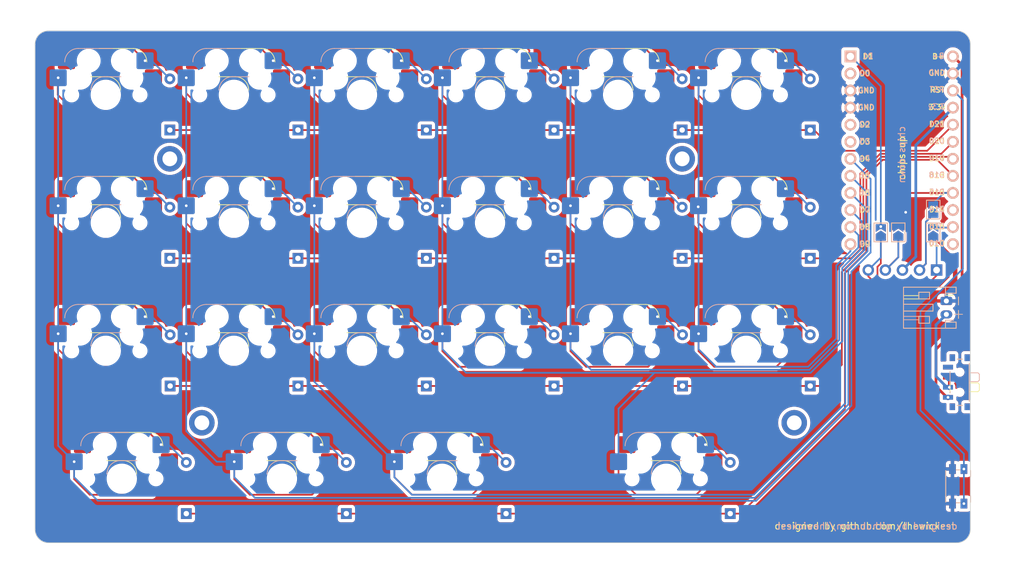
<source format=kicad_pcb>
(kicad_pcb (version 20221018) (generator pcbnew)
  (layers (0 "F.Cu" signal) (31 "B.Cu" signal) (34 "B.Paste" user) (35 "F.Paste" user) (36 "B.SilkS" user "B.Silkscreen") (37 "F.SilkS" user "F.Silkscreen") (38 "B.Mask" user) (39 "F.Mask" user) (44 "Edge.Cuts" user))
  (net 0 "")
  (net 1 "Row1")
  (net 2 "Net-(D1-A)")
  (net 3 "Net-(D2-A)")
  (net 4 "Net-(D3-A)")
  (net 5 "Net-(D4-A)")
  (net 6 "Net-(D5-A)")
  (net 7 "Net-(D6-A)")
  (net 8 "Row2")
  (net 9 "Net-(D7-A)")
  (net 10 "Net-(D8-A)")
  (net 11 "Net-(D9-A)")
  (net 12 "Net-(D10-A)")
  (net 13 "Net-(D11-A)")
  (net 14 "Net-(D12-A)")
  (net 15 "Row3")
  (net 16 "Net-(D13-A)")
  (net 17 "Net-(D14-A)")
  (net 18 "Net-(D15-A)")
  (net 19 "Net-(D16-A)")
  (net 20 "Net-(D17-A)")
  (net 21 "Net-(D18-A)")
  (net 22 "Row4")
  (net 23 "Net-(D19-A)")
  (net 24 "Net-(D20-A)")
  (net 25 "Column1")
  (net 26 "Column2")
  (net 27 "Column3")
  (net 28 "Column4")
  (net 29 "Column5")
  (net 30 "Column6")
  (net 31 "Net-(JST1-VCC)")
  (net 32 "VCC")
  (net 36 "Net-(D21-A)")
  (net 37 "Net-(D22-A)")
  (net 38 "CS")
  (net 39 "SCK")
  (net 41 "MOSI")
  (net 43 "Net-(J1-CS)")
  (net 44 "Net-(J1-GND)")
  (net 45 "Net-(J1-SCK)")
  (net 46 "Net-(J1-MOSI)")
  (net 47 "RST")
  (net 48 "B+")
  (net 50 "unconnected-(SW3-A-Pad1)")
  (net 51 "GND")
  (footprint "MountingHole:MountingHole_2.2mm_M2_DIN965_Pad" (layer "F.Cu") (at 194.6275 112.633125)
    (fp_text reference "REF**" hide)
    (fp_text value "MountingHole_2.2mm_M2_DIN965_Pad" hide)
  )
  (footprint "ScottoKeebs_Hotswap:Hotswap_MX" (layer "F.Cu") (at 92.23375 63.8175)
    (fp_text reference "S1" hide)
    (fp_text value "Keyswitch")
  )
  (footprint "Jumper:SolderJumper-2_P1.3mm_Open_TrianglePad1.0x1.5mm" (layer "F.Cu") (at 215.3 80.9 90)
    (fp_text reference "JP2" hide)
    (fp_text value "SolderJumper_2_Open" hide)
  )
  (footprint "ScottoKeebs_Hotswap:Hotswap_MX" (layer "F.Cu") (at 130.33375 63.8175)
    (fp_text reference "S3" hide)
    (fp_text value "Keyswitch")
  )
  (footprint "Jumper:SolderJumper-2_P1.3mm_Open_TrianglePad1.0x1.5mm" (layer "F.Cu") (at 207.5 84.3 90)
    (fp_text reference "JP1" hide)
    (fp_text value "SolderJumper_2_Open" hide)
  )
  (footprint "ScottoKeebs_Hotswap:Hotswap_MX" (layer "F.Cu") (at 175.5775 120.9675)
    (fp_text reference "S22" hide)
    (fp_text value "Keyswitch")
  )
  (footprint "ScottoKeebs_Hotswap:Hotswap_MX" (layer "F.Cu") (at 187.48375 82.8675)
    (fp_text reference "S12" hide)
    (fp_text value "Keyswitch")
  )
  (footprint "Jumper:SolderJumper-2_P1.3mm_Open_TrianglePad1.0x1.5mm" (layer "F.Cu") (at 215.3 84.3 90)
    (fp_text reference "JP5" hide)
    (fp_text value "SolderJumper_2_Open" hide)
  )
  (footprint "ScottoKeebs_Hotswap:Hotswap_MX" (layer "F.Cu") (at 130.33375 82.8675)
    (fp_text reference "S9" hide)
    (fp_text value "Keyswitch")
  )
  (footprint "ScottoKeebs_Hotswap:Hotswap_MX" (layer "F.Cu") (at 111.28375 101.9175)
    (fp_text reference "S14" hide)
    (fp_text value "Keyswitch")
  )
  (footprint "ScottoKeebs_Hotswap:Hotswap_MX" (layer "F.Cu") (at 94.615 120.9675)
    (fp_text reference "S19" hide)
    (fp_text value "Keyswitch")
  )
  (footprint "ScottoKeebs_Hotswap:Hotswap_MX" (layer "F.Cu") (at 92.23375 82.8675)
    (fp_text reference "S7" hide)
    (fp_text value "Keyswitch")
  )
  (footprint "ScottoKeebs_Hotswap:Hotswap_MX" (layer "F.Cu") (at 111.28375 63.8175)
    (fp_text reference "S2" hide)
    (fp_text value "Keyswitch")
  )
  (footprint "ScottoKeebs_Hotswap:Hotswap_MX" (layer "F.Cu") (at 149.38375 82.8675)
    (fp_text reference "S10" hide)
    (fp_text value "Keyswitch")
  )
  (footprint "Button_Switch_SMD:Panasonic_EVQPUK_EVQPUB" (layer "F.Cu") (at 219.00875 122.0925 -90)
    (fp_text reference "SW2" hide)
    (fp_text value "SW_Push" hide)
  )
  (footprint "Button_Switch_SMD:SW_SPDT_PCM12" (layer "F.Cu") (at 218.925 106.6 90)
    (fp_text reference "SW1" hide)
    (fp_text value "SW_SPDT")
  )
  (footprint "MountingHole:MountingHole_2.2mm_M2_DIN965_Pad" (layer "F.Cu") (at 177.95875 73.3425)
    (fp_text reference "REF**" hide)
    (fp_text value "MountingHole_2.2mm_M2_DIN965_Pad" hide)
  )
  (footprint "ScottoKeebs_Hotswap:Hotswap_MX" (layer "F.Cu") (at 118.4275 120.9675)
    (fp_text reference "S20" hide)
    (fp_text value "Keyswitch")
  )
  (footprint "ScottoKeebs_Hotswap:Hotswap_MX" (layer "F.Cu") (at 92.23375 101.9175)
    (fp_text reference "S13" hide)
    (fp_text value "Keyswitch")
  )
  (footprint "ScottoKeebs_Hotswap:Hotswap_MX" (layer "F.Cu") (at 168.43375 63.8175)
    (fp_text reference "S5" hide)
    (fp_text value "Keyswitch")
  )
  (footprint "Jumper:SolderJumper-2_P1.3mm_Open_TrianglePad1.0x1.5mm" (layer "F.Cu") (at 210.1 84.3 90)
    (fp_text reference "JP4" hide)
    (fp_text value "SolderJumper_2_Open" hide)
  )
  (footprint "Connector_JST:JST_PH_S2B-PH-K_1x02_P2.00mm_Horizontal" (layer "F.Cu") (at 217.25 94.5 -90)
    (fp_text reference "JST1" hide)
    (fp_text value "~")
  )
  (footprint "ScottoKeebs_Hotswap:Hotswap_MX" (layer "F.Cu") (at 187.48375 63.8175)
    (fp_text reference "S6" hide)
    (fp_text value "Keyswitch")
  )
  (footprint "ScottoKeebs_Hotswap:Hotswap_MX" (layer "F.Cu") (at 168.43375 101.9175)
    (fp_text reference "S17" hide)
    (fp_text value "Keyswitch")
  )
  (footprint "MountingHole:MountingHole_2.2mm_M2_DIN965_Pad" (layer "F.Cu") (at 106.52125 112.633125)
    (fp_text reference "REF**" hide)
    (fp_text value "MountingHole_2.2mm_M2_DIN965_Pad" hide)
  )
  (footprint "ScottoKeebs_Hotswap:Hotswap_MX" (layer "F.Cu") (at 149.38375 63.8175)
    (fp_text reference "S4" hide)
    (fp_text value "Keyswitch")
  )
  (footprint "MountingHole:MountingHole_2.2mm_M2_DIN965_Pad" (layer "F.Cu") (at 101.75875 73.3425)
    (fp_text reference "REF**" hide)
    (fp_text value "MountingHole_2.2mm_M2_DIN965_Pad" hide)
  )
  (footprint "ScottoKeebs_Hotswap:Hotswap_MX" (layer "F.Cu") (at 142.24 120.9675)
    (fp_text reference "S21" hide)
    (fp_text value "Keyswitch")
  )
  (footprint "ScottoKeebs_Hotswap:Hotswap_MX" (layer "F.Cu") (at 168.43375 82.8675)
    (fp_text reference "S11" hide)
    (fp_text value "Keyswitch")
  )
  (footprint "ScottoKeebs_Hotswap:Hotswap_MX" (layer "F.Cu") (at 149.38375 101.9175)
    (fp_text reference "S16" hide)
    (fp_text value "Keyswitch")
  )
  (footprint "ScottoKeebs_Components:OLED_128x32_Nice_View" (layer "F.Cu") (at 203.8 91.2 90)
    (fp_text reference "J1" hide)
    (fp_text value "OLED_128x32_Nice_View")
  )
  (footprint "ScottoKeebs_Hotswap:Hotswap_MX" (layer "F.Cu") (at 130.33375 101.9175)
    (fp_text reference "S15" hide)
    (fp_text value "Keyswitch")
  )
  (footprint "ScottoKeebs_Hotswap:Hotswap_MX" (layer "F.Cu") (at 111.28375 82.8675)
    (fp_text reference "S8" hide)
    (fp_text value "Keyswitch")
  )
  (footprint "ScottoKeebs_Hotswap:Hotswap_MX" (layer "F.Cu") (at 187.48375 101.9175)
    (fp_text reference "S18" hide)
    (fp_text value "Keyswitch")
  )
  (footprint "ScottoKeebs_MCU:Nice_Nano_V2" (layer "F.Cu") (at 210.6 72.0725)
    (fp_text reference "U1" hide)
    (fp_text value "Nice_Nano_V2" hide)
  )
  (footprint "ScottoKeebs_Components:Diode_DO-35" (layer "B.Cu") (at 104.20875 126.15625 90)
    (fp_text reference "D19" hide)
    (fp_text value "Diode")
  )
  (footprint "ScottoKeebs_Hotswap:Hotswap_MX" (layer "B.Cu") (at 92.23375 101.9175 180)
    (fp_text reference "S35" hide)
    (fp_text value "Keyswitch")
  )
  (footprint "ScottoKeebs_Hotswap:Hotswap_MX" (layer "B.Cu") (at 92.23375 63.8175 180)
    (fp_text reference "S23" hide)
    (fp_text value "Keyswitch")
  )
  (footprint "ScottoKeebs_Components:Diode_DO-35" (layer "B.Cu") (at 139.90875 88.15625 90)
    (fp_text reference "D9" hide)
    (fp_text value "Diode")
  )
  (footprint "ScottoKeebs_Components:Diode_DO-35" (layer "B.Cu") (at 178.00875 107.15625 90)
    (fp_text reference "D17" hide)
    (fp_text value "Diode")
  )
  (footprint "ScottoKeebs_Components:Diode_DO-35" (layer "B.Cu") (at 185.10875 126.15625 90)
    (fp_text reference "D22" hide)
    (fp_text value "Diode")
  )
  (footprint "ScottoKeebs_Hotswap:Hotswap_MX" (layer "B.Cu") (at 149.38375 82.8675 180)
    (fp_text reference "S32" hide)
    (fp_text value "Keyswitch")
  )
  (footprint "ScottoKeebs_Components:Diode_DO-35" (layer "B.Cu") (at 197.00875 107.15625 90)
    (fp_text reference "D18" hide)
    (fp_text value "Diode")
  )
  (footprint "ScottoKeebs_Hotswap:Hotswap_MX" (layer "B.Cu") (at 187.48375 101.9175 180)
    (fp_text reference "S40" hide)
    (fp_text value "Keyswitch")
  )
  (footprint "Jumper:SolderJumper-2_P1.3mm_Open_TrianglePad1.0x1.5mm" (layer "B.Cu") (at 215.3 84.3 90)
    (fp_text reference "JP6" hide)
    (fp_text value "SolderJumper_2_Open" hide)
  )
  (footprint "ScottoKeebs_Hotswap:Hotswap_MX" (layer "B.Cu") (at 168.43375 101.9175 180)
    (fp_text reference "S39" hide)
    (fp_text value "Keyswitch")
  )
  (footprint "ScottoKeebs_Hotswap:Hotswap_MX" (layer "B.Cu") (at 118.4275 120.9675 180)
    (fp_text reference "S42" hide)
    (fp_text value "Keyswitch")
  )
  (footprint "ScottoKeebs_Hotswap:Hotswap_MX" (layer "B.Cu") (at 187.48375 82.8675 180)
    (fp_text reference "S34" hide)
    (fp_text value "Keyswitch")
  )
  (footprint "ScottoKeebs_Hotswap:Hotswap_MX" (layer "B.Cu") (at 92.23375 82.8675 180)
    (fp_text reference "S29" hide)
    (fp_text value "Keyswitch")
  )
  (footprint "ScottoKeebs_Components:Diode_DO-35" (layer "B.Cu") (at 120.80875 69.05625 90)
    (fp_text reference "D2" hide)
    (fp_text value "Diode")
  )
  (footprint "ScottoKeebs_Components:Diode_DO-35" (layer "B.Cu") (at 177.95875 69.05625 90)
    (fp_text reference "D5" hide)
    (fp_text value "Diode")
  )
  (footprint "Jumper:SolderJumper-2_P1.3mm_Open_TrianglePad1.0x1.5mm" (layer "B.Cu") (at 207.5 84.3 90)
    (fp_text reference "JP10" hide)
    (fp_text value "SolderJumper_2_Open" hide)
  )
  (footprint "ScottoKeebs_Hotswap:Hotswap_MX" (layer "B.Cu") (at 175.5775 120.9675 180)
    (fp_text reference "S44" hide)
    (fp_text value "Keyswitch")
  )
  (footprint "ScottoKeebs_Hotswap:Hotswap_MX" (layer "B.Cu") (at 187.48375 63.8175 180)
    (fp_text reference "S28" hide)
    (fp_text value "Keyswitch")
  )
  (footprint "ScottoKeebs_Components:Diode_DO-35" (layer "B.Cu") (at 139.90875 107.15625 90)
    (fp_text reference "D15" hide)
    (fp_text value "Diode")
  )
  (footprint "ScottoKeebs_Hotswap:Hotswap_MX" (layer "B.Cu") (at 168.43375 82.8675 180)
    (fp_text reference "S33" hide)
    (fp_text value "Keyswitch")
  )
  (footprint "ScottoKeebs_Hotswap:Hotswap_MX" (layer "B.Cu") (at 111.28375 82.8675 180)
    (fp_text reference "S30" hide)
    (fp_text value "Keyswitch")
  )
  (footprint "Jumper:SolderJumper-2_P1.3mm_Open_TrianglePad1.0x1.5mm" (layer "B.Cu") (at 210.10875 84.2925 90)
    (fp_text reference "JP9" hide)
    (fp_text value "SolderJumper_2_Open" hide)
  )
  (footprint "ScottoKeebs_Components:Diode_DO-35" (layer "B.Cu") (at 151.765 126.15625 90)
    (fp_text reference "D21" hide)
    (fp_text value "Diode")
  )
  (footprint "ScottoKeebs_Components:Diode_DO-35" (layer "B.Cu") (at 120.80875 88.15625 90)
    (fp_text reference "D8" hide)
    (fp_text value "Diode")
  )
  (footprint "Button_Switch_SMD:Panasonic_EVQPUK_EVQPUB" (layer "B.Cu") (at 219.00875 122.0925 90)
    (fp_text reference "SW4" hide)
    (fp_text value "SW_Push" hide)
  )
  (footprint "ScottoKeebs_Hotswap:Hotswap_MX" (layer "B.Cu") (at 130.33375 101.9175 180)
    (fp_text reference "S37" hide)
    (fp_text value "Keyswitch")
  )
  (footprint "ScottoKeebs_Components:Diode_DO-35" (layer "B.Cu") (at 101.75875 69.05625 90)
    (fp_text reference "D1" hide)
    (fp_text value "Diode")
  )
  (footprint "Jumper:SolderJumper-2_P1.3mm_Open_TrianglePad1.0x1.5mm" (layer "B.Cu") (at 215.30875 80.8925 90)
    (fp_text reference "JP7" hide)
    (fp_text value "SolderJumper_2_Open" hide)
  )
  (footprint "ScottoKeebs_Hotswap:Hotswap_MX" (layer "B.Cu") (at 94.615 120.9675 180)
    (fp_text reference "S41" hide)
    (fp_text value "Keyswitch")
  )
  (footprint "ScottoKeebs_Components:Diode_DO-35" (layer "B.Cu") (at 158.90875 88.15625 90)
    (fp_text reference "D10" hide)
    (fp_text value "Diode")
  )
  (footprint "ScottoKeebs_Components:Diode_DO-35" (layer "B.Cu") (at 158.90875 107.15625 90)
    (fp_text reference "D16" hide)
    (fp_text value "Diode")
  )
  (footprint "ScottoKeebs_Components:Diode_DO-35" (layer "B.Cu") (at 128.00875 126.15625 90)
    (fp_text reference "D20" hide)
    (fp_text value "Diode")
  )
  (footprint "ScottoKeebs_Hotswap:Hotswap_MX" (layer "B.Cu") (at 111.28375 63.8175 180)
    (fp_text reference "S24" hide)
    (fp_text value "Keyswitch")
  )
  (footprint "ScottoKeebs_Components:Diode_DO-35" (layer "B.Cu") (at 120.80875 107.15625 90)
    (fp_text reference "D14" hide)
    (fp_text value "Diode")
  )
  (footprint "ScottoKeebs_Components:Diode_DO-35" (layer "B.Cu") (at 158.90875 69.06625 90)
    (fp_text reference "D4" hide)
    (fp_text value "Diode")
  )
  (footprint "ScottoKeebs_Hotswap:Hotswap_MX" (layer "B.Cu") (at 149.38375 63.8175 180)
    (fp_text reference "S26" hide)
    (fp_text value "Keyswitch")
  )
  (footprint "ScottoKeebs_Hotswap:Hotswap_MX" (layer "B.Cu") (at 168.43375 63.8175 180)
    (fp_text reference "S27" hide)
    (fp_text value "Keyswitch")
  )
  (footprint "ScottoKeebs_Components:Diode_DO-35" (layer "B.Cu") (at 197.00875 88.15625 90)
    (fp_text reference "D12" hide)
    (fp_text value "Diode")
  )
  (footprint "ScottoKeebs_Hotswap:Hotswap_MX" (layer "B.Cu") (at 142.24 120.9675 180)
    (fp_text reference "S43" hide)
    (fp_text value "Keyswitch")
  )
  (footprint "ScottoKeebs_Hotswap:Hotswap_MX" (layer "B.Cu") (at 130.33375 63.8175 180)
    (fp_text reference "S25" hide)
    (fp_text value "Keyswitch")
  )
  (footprint "ScottoKeebs_Hotswap:Hotswap_MX" (layer "B.Cu") (at 130.33375 82.8675 180)
    (fp_text reference "S31" hide)
    (fp_text value "Keyswitch")
  )
  (footprint "ScottoKeebs_Components:Diode_DO-35" (layer "B.Cu") (at 101.75875 88.15625 90)
    (fp_text reference "D7" hide)
    (fp_text value "Diode")
  )
  (footprint "Button_Switch_SMD:SW_SPDT_PCM12" (layer "B.Cu") (at 218.925 106.6 -90)
    (fp_text reference "SW3" hide)
    (fp_text value "SW_SPDT")
  )
  (footprint "ScottoKeebs_Hotswap:Hotswap_MX" (layer "B.Cu") (at 149.38375 101.9175 180)
    (fp_text reference "S38" hide)
    (fp_text value "Keyswitch")
  )
  (footprint "ScottoKeebs_Components:Diode_DO-35" (layer "B.Cu") (at 177.95875 88.15625 90)
    (fp_text reference "D11" hide)
    (fp_text value "Diode")
  )
  (footprint "ScottoKeebs_Components:Diode_DO-35" (layer "B.Cu") (at 197.00875 69.06625 90)
    (fp_text reference "D6" hide)
    (fp_text value "Diode")
  )
  (footprint "ScottoKeebs_Components:Diode_DO-35" (layer "B.Cu") (at 139.90875 69.05625 90)
    (fp_text reference "D3" hide)
    (fp_text value "Diode")
  )
  (footprint "ScottoKeebs_Hotswap:Hotswap_MX" (layer "B.Cu") (at 111.28375 101.9175 180)
    (fp_text reference "S36" hide)
    (fp_text value "Keyswitch")
  )
  (footprint "ScottoKeebs_Components:Diode_DO-35" (layer "B.Cu") (at 101.80875 107.15625 90)
    (fp_text reference "D13" hide)
    (fp_text value "Diode")
  )
  (gr_line (start 81.70875 128.4925) (end 81.70875 56.2925) (stroke (width 0.1)) (layer "Edge.Cuts"))
  (gr_arc (start 218.82125 54.2925) (mid 220.235496 54.878269) (end 220.82125 56.2925) (stroke (width 0.1)) (layer "Edge.Cuts"))
  (gr_line (start 218.82125 130.4925) (end 83.70875 130.4925) (stroke (width 0.1)) (layer "Edge.Cuts"))
  (gr_arc (start 81.70875 56.2925) (mid 82.294536 54.878286) (end 83.70875 54.2925) (stroke (width 0.1)) (layer "Edge.Cuts"))
  (gr_line (start 220.82125 56.2925) (end 220.82125 128.4925) (stroke (width 0.1)) (layer "Edge.Cuts"))
  (gr_line (start 83.70875 54.2925) (end 218.82125 54.2925) (stroke (width 0.1)) (layer "Edge.Cuts"))
  (gr_arc (start 220.82125 128.4925) (mid 220.235464 129.906714) (end 218.82125 130.4925) (stroke (width 0.1)) (layer "Edge.Cuts"))
  (gr_arc (start 83.70875 130.4925) (mid 82.294536 129.906714) (end 81.70875 128.4925) (stroke (width 0.1)) (layer "Edge.Cuts"))
  (gr_text "chips down" (at 211.2 68.4 90) (layer "B.SilkS") (effects (font (size 1 1)) (justify left bottom mirror)))
  (gr_text "designed by github.com/thewickest" (at 219 128.6) (layer "B.SilkS") (effects (font (size 1 1)) (justify left bottom mirror)))
  (gr_text "chips up" (at 211.2 76.6 90) (layer "F.SilkS") (effects (font (size 1 1)) (justify left bottom)))
  (gr_text "designed by github.com/thewickest" (at 191.6 128.5875) (layer "F.SilkS") (effects (font (size 1 1)) (justify left bottom)))
  (segment (start 196.99875 69.05625) (end 197.00875 69.06625) (width 0.25) (layer "F.Cu") (net 1))
  (segment (start 197.584688 69.06625) (end 200.659638 72.1412) (width 0.25) (layer "F.Cu") (net 1))
  (segment (start 214.40255 72.1412) (end 218.28125 68.2625) (width 0.25) (layer "F.Cu") (net 1))
  (segment (start 101.75875 69.05625) (end 196.99875 69.05625) (width 0.25) (layer "F.Cu") (net 1))
  (segment (start 200.659638 72.1412) (end 214.40255 72.1412) (width 0.25) (layer "F.Cu") (net 1))
  (segment (start 197.00875 69.06625) (end 197.584688 69.06625) (width 0.25) (layer "F.Cu") (net 1))
  (segment (start 96.17575 56.8375) (end 88.29175 56.8375) (width 0.25) (layer "F.Cu") (net 2))
  (segment (start 88.29175 56.8375) (end 86.39175 58.7375) (width 0.25) (layer "F.Cu") (net 2))
  (segment (start 98.07575 58.7375) (end 96.17575 56.8375) (width 0.25) (layer "F.Cu") (net 2))
  (via (at 98.07575 58.7375) (size 0.8) (drill 0.4) (layers "F.Cu" "B.Cu") (net 2))
  (segment (start 98.07575 58.7375) (end 99.06 58.7375) (width 0.25) (layer "B.Cu") (net 2))
  (segment (start 99.06 58.7375) (end 101.75875 61.43625) (width 0.25) (layer "B.Cu") (net 2))
  (segment (start 117.12575 58.7375) (end 115.22575 56.8375) (width 0.25) (layer "F.Cu") (net 3))
  (segment (start 115.22575 56.8375) (end 107.34175 56.8375) (width 0.25) (layer "F.Cu") (net 3))
  (segment (start 107.34175 56.8375) (end 105.44175 58.7375) (width 0.25) (layer "F.Cu") (net 3))
  (via (at 117.12575 58.7375) (size 0.8) (drill 0.4) (layers "F.Cu" "B.Cu") (net 3))
  (segment (start 117.12575 58.7375) (end 118.11 58.7375) (width 0.25) (layer "B.Cu") (net 3))
  (segment (start 118.11 58.7375) (end 120.80875 61.43625) (width 0.25) (layer "B.Cu") (net 3))
  (segment (start 134.27575 56.8375) (end 126.39175 56.8375) (width 0.25) (layer "F.Cu") (net 4))
  (segment (start 136.17575 58.7375) (end 134.27575 56.8375) (width 0.25) (layer "F.Cu") (net 4))
  (segment (start 126.39175 56.8375) (end 124.49175 58.7375) (width 0.25) (layer "F.Cu") (net 4))
  (via (at 136.17575 58.7375) (size 0.8) (drill 0.4) (layers "F.Cu" "B.Cu") (net 4))
  (segment (start 136.17575 58.7375) (end 137.21 58.7375) (width 0.25) (layer "B.Cu") (net 4))
  (segment (start 137.21 58.7375) (end 139.90875 61.43625) (width 0.25) (layer "B.Cu") (net 4))
  (segment (start 155.22575 57.1894) (end 154.7101 56.67375) (width 0.25) (layer "F.Cu") (net 5))
  (segment (start 145.6055 56.67375) (end 143.54175 58.7375) (width 0.25) (layer "F.Cu") (net 5))
  (segment (start 155.22575 58.7375) (end 155.22575 57.1894) (width 0.25) (layer "F.Cu") (net 5))
  (segment (start 154.7101 56.67375) (end 145.6055 56.67375) (width 0.25) (layer "F.Cu") (net 5))
  (via (at 155.22575 58.7375) (size 0.8) (drill 0.4) (layers "F.Cu" "B.Cu") (net 5))
  (segment (start 156.2 58.7375) (end 158.90875 61.44625) (width 0.25) (layer "B.Cu") (net 5))
  (segment (start 155.22575 58.7375) (end 156.2 58.7375) (width 0.25) (layer "B.Cu") (net 5))
  (segment (start 172.37575 56.8375) (end 164.49175 56.8375) (width 0.25) (layer "F.Cu") (net 6))
  (segment (start 174.27575 58.7375) (end 172.37575 56.8375) (width 0.25) (layer "F.Cu") (net 6))
  (segment (start 164.49175 56.8375) (end 162.59175 58.7375) (width 0.25) (layer "F.Cu") (net 6))
  (via (at 174.27575 58.7375) (size 0.8) (drill 0.4) (layers "F.Cu" "B.Cu") (net 6))
  (segment (start 174.27575 58.7375) (end 175.26 58.7375) (width 0.25) (layer "B.Cu") (net 6))
  (segment (start 175.26 58.7375) (end 177.95875 61.43625) (width 0.25) (layer "B.Cu") (net 6))
  (segment (start 191.42575 56.8375) (end 183.54175 56.8375) (width 0.25) (layer "F.Cu") (net 7))
  (segment (start 183.54175 56.8375) (end 181.64175 58.7375) (width 0.25) (layer "F.Cu") (net 7))
  (segment (start 193.32575 58.7375) (end 191.42575 56.8375) (width 0.25) (layer "F.Cu") (net 7))
  (via (at 193.32575 58.7375) (size 0.8) (drill 0.4) (layers "F.Cu" "B.Cu") (net 7))
  (segment (start 193.32575 58.7375) (end 194.3 58.7375) (width 0.25) (layer "B.Cu") (net 7))
  (segment (start 194.3 58.7375) (end 197.00875 61.44625) (width 0.25) (layer "B.Cu") (net 7))
  (segment (start 203.095 88.15625) (end 204.45875 86.7925) (width 0.25) (layer "F.Cu") (net 8))
  (segment (start 204.45875 86.7925) (end 204.45875 75.5425) (width 0.25) (layer "F.Cu") (net 8))
  (segment (start 207.41005 72.5912) (end 216.49255 72.5912) (width 0.25) (layer "F.Cu") (net 8))
  (segment (start 101.75875 88.15625) (end 197.00875 88.15625) (width 0.25) (layer "F.Cu") (net 8))
  (segment (start 204.45875 75.5425) (end 207.41005 72.5912) (width 0.25) (layer "F.Cu") (net 8))
  (segment (start 197.00875 88.15625) (end 203.095 88.15625) (width 0.25) (layer "F.Cu") (net 8))
  (segment (start 216.49255 72.5912) (end 218.28125 70.8025) (width 0.25) (layer "F.Cu") (net 8))
  (segment (start 98.07575 77.7875) (end 96.17575 75.8875) (width 0.25) (layer "F.Cu") (net 9))
  (segment (start 96.17575 75.8875) (end 88.29175 75.8875) (width 0.25) (layer "F.Cu") (net 9))
  (segment (start 88.29175 75.8875) (end 86.39175 77.7875) (width 0.25) (layer "F.Cu") (net 9))
  (via (at 98.07575 77.7875) (size 0.8) (drill 0.4) (layers "F.Cu" "B.Cu") (net 9))
  (segment (start 99.01 77.7875) (end 101.75875 80.53625) (width 0.25) (layer "B.Cu") (net 9))
  (segment (start 98.07575 77.7875) (end 99.01 77.7875) (width 0.25) (layer "B.Cu") (net 9))
  (segment (start 107.34175 75.8875) (end 105.44175 77.7875) (width 0.25) (layer "F.Cu") (net 10))
  (segment (start 117.12575 77.7875) (end 115.22575 75.8875) (width 0.25) (layer "F.Cu") (net 10))
  (segment (start 115.22575 75.8875) (end 107.34175 75.8875) (width 0.25) (layer "F.Cu") (net 10))
  (via (at 117.12575 77.7875) (size 0.8) (drill 0.4) (layers "F.Cu" "B.Cu") (net 10))
  (segment (start 118.06 77.7875) (end 120.80875 80.53625) (width 0.25) (layer "B.Cu") (net 10))
  (segment (start 117.12575 77.7875) (end 118.06 77.7875) (width 0.25) (layer "B.Cu") (net 10))
  (segment (start 126.39175 75.8875) (end 124.49175 77.7875) (width 0.25) (layer "F.Cu") (net 11))
  (segment (start 136.17575 77.7875) (end 134.27575 75.8875) (width 0.25) (layer "F.Cu") (net 11))
  (segment (start 134.27575 75.8875) (end 126.39175 75.8875) (width 0.25) (layer "F.Cu") (net 11))
  (via (at 136.17575 77.7875) (size 0.8) (drill 0.4) (layers "F.Cu" "B.Cu") (net 11))
  (segment (start 137.16 77.7875) (end 139.90875 80.53625) (width 0.25) (layer "B.Cu") (net 11))
  (segment (start 136.17575 77.7875) (end 137.16 77.7875) (width 0.25) (layer "B.Cu") (net 11))
  (segment (start 153.32575 75.8875) (end 145.44175 75.8875) (width 0.25) (layer "F.Cu") (net 12))
  (segment (start 155.22575 77.7875) (end 153.32575 75.8875) (width 0.25) (layer "F.Cu") (net 12))
  (segment (start 145.44175 75.8875) (end 143.54175 77.7875) (width 0.25) (layer "F.Cu") (net 12))
  (via (at 155.22575 77.7875) (size 0.8) (drill 0.4) (layers "F.Cu" "B.Cu") (net 12))
  (segment (start 156.16 77.7875) (end 158.90875 80.53625) (width 0.25) (layer "B.Cu") (net 12))
  (segment (start 155.22575 77.7875) (end 156.16 77.7875) (width 0.25) (layer "B.Cu") (net 12))
  (segment (start 172.37575 75.8875) (end 164.49175 75.8875) (width 0.25) (layer "F.Cu") (net 13))
  (segment (start 174.27575 77.7875) (end 172.37575 75.8875) (width 0.25) (layer "F.Cu") (net 13))
  (segment (start 164.49175 75.8875) (end 162.59175 77.7875) (width 0.25) (layer "F.Cu") (net 13))
  (via (at 174.27575 77.7875) (size 0.8) (drill 0.4) (layers "F.Cu" "B.Cu") (net 13))
  (segment (start 174.27575 77.7875) (end 175.21 77.7875) (width 0.25) (layer "B.Cu") (net 13))
  (segment (start 175.21 77.7875) (end 177.95875 80.53625) (width 0.25) (layer "B.Cu") (net 13))
  (segment (start 183.54175 75.8875) (end 181.64175 77.7875) (width 0.25) (layer "F.Cu") (net 14))
  (segment (start 193.32575 77.7875) (end 191.42575 75.8875) (width 0.25) (layer "F.Cu") (net 14))
  (segment (start 191.42575 75.8875) (end 183.54175 75.8875) (width 0.25) (layer "F.Cu") (net 14))
  (via (at 193.32575 77.7875) (size 0.8) (drill 0.4) (layers "F.Cu" "B.Cu") (net 14))
  (segment (start 194.26 77.7875) (end 197.00875 80.53625) (width 0.25) (layer "B.Cu") (net 14))
  (segment (start 193.32575 77.7875) (end 194.26 77.7875) (width 0.25) (layer "B.Cu") (net 14))
  (segment (start 217.98125 73.0425) (end 218.28125 73.3425) (width 0.25) (layer "F.Cu") (net 15))
  (segment (start 198.545 107.15625) (end 201.70875 103.9925) (width 0.25) (layer "F.Cu") (net 15))
  (segment (start 204.90875 75.728896) (end 207.595146 73.0425) (width 0.25) (layer "F.Cu") (net 15))
  (segment (start 201.70875 90.178896) (end 204.90875 86.978896) (width 0.25) (layer "F.Cu") (net 15))
  (segment (start 207.595146 73.0425) (end 217.98125 73.0425) (width 0.25) (layer "F.Cu") (net 15))
  (segment (start 197.00875 107.15625) (end 198.545 107.15625) (width 0.25) (layer "F.Cu") (net 15))
  (segment (start 101.80875 107.15625) (end 197.00875 107.15625) (width 0.25) (layer "F.Cu") (net 15))
  (segment (start 204.90875 86.978896) (end 204.90875 75.728896) (width 0.25) (layer "F.Cu") (net 15))
  (segment (start 201.70875 103.9925) (end 201.70875 90.178896) (width 0.25) (layer "F.Cu") (net 15))
  (segment (start 98.07575 96.8375) (end 96.17575 94.9375) (width 0.25) (layer "F.Cu") (net 16))
  (segment (start 88.29175 94.9375) (end 86.39175 96.8375) (width 0.25) (layer "F.Cu") (net 16))
  (segment (start 96.17575 94.9375) (end 88.29175 94.9375) (width 0.25) (layer "F.Cu") (net 16))
  (via (at 98.07575 96.8375) (size 0.8) (drill 0.4) (layers "F.Cu" "B.Cu") (net 16))
  (segment (start 99.11 96.8375) (end 101.80875 99.53625) (width 0.25) (layer "B.Cu") (net 16))
  (segment (start 98.07575 96.8375) (end 99.11 96.8375) (width 0.25) (layer "B.Cu") (net 16))
  (segment (start 107.34175 94.9375) (end 105.44175 96.8375) (width 0.25) (layer "F.Cu") (net 17))
  (segment (start 117.12575 96.8375) (end 115.22575 94.9375) (width 0.25) (layer "F.Cu") (net 17))
  (segment (start 115.22575 94.9375) (end 107.34175 94.9375) (width 0.25) (layer "F.Cu") (net 17))
  (via (at 117.12575 96.8375) (size 0.8) (drill 0.4) (layers "F.Cu" "B.Cu") (net 17))
  (segment (start 117.12575 96.8375) (end 118.11 96.8375) (width 0.25) (layer "B.Cu") (net 17))
  (segment (start 118.11 96.8375) (end 120.80875 99.53625) (width 0.25) (layer "B.Cu") (net 17))
  (segment (start 136.17575 96.8375) (end 134.27575 94.9375) (width 0.25) (layer "F.Cu") (net 18))
  (segment (start 126.39175 94.9375) (end 124.49175 96.8375) (width 0.25) (layer "F.Cu") (net 18))
  (segment (start 134.27575 94.9375) (end 126.39175 94.9375) (width 0.25) (layer "F.Cu") (net 18))
  (via (at 136.17575 96.8375) (size 0.8) (drill 0.4) (layers "F.Cu" "B.Cu") (net 18))
  (segment (start 137.21 96.8375) (end 139.90875 99.53625) (width 0.25) (layer "B.Cu") (net 18))
  (segment (start 136.17575 96.8375) (end 137.21 96.8375) (width 0.25) (layer "B.Cu") (net 18))
  (segment (start 155.22575 96.8375) (end 153.32575 94.9375) (width 0.25) (layer "F.Cu") (net 19))
  (segment (start 145.44175 94.9375) (end 143.54175 96.8375) (width 0.25) (layer "F.Cu") (net 19))
  (segment (start 153.32575 94.9375) (end 145.44175 94.9375) (width 0.25) (layer "F.Cu") (net 19))
  (via (at 155.22575 96.8375) (size 0.8) (drill 0.4) (layers "F.Cu" "B.Cu") (net 19))
  (segment (start 156.21 96.8375) (end 158.90875 99.53625) (width 0.25) (layer "B.Cu") (net 19))
  (segment (start 155.22575 96.8375) (end 156.21 96.8375) (width 0.25) (layer "B.Cu") (net 19))
  (segment (start 172.37575 94.9375) (end 164.49175 94.9375) (width 0.25) (layer "F.Cu") (net 20))
  (segment (start 174.27575 96.8375) (end 172.37575 94.9375) (width 0.25) (layer "F.Cu") (net 20))
  (segment (start 164.49175 94.9375) (end 162.59175 96.8375) (width 0.25) (layer "F.Cu") (net 20))
  (via (at 174.27575 96.8375) (size 0.8) (drill 0.4) (layers "F.Cu" "B.Cu") (net 20))
  (segment (start 175.31 96.8375) (end 178.00875 99.53625) (width 0.25) (layer "B.Cu") (net 20))
  (segment (start 174.27575 96.8375) (end 175.31 96.8375) (width 0.25) (layer "B.Cu") (net 20))
  (segment (start 193.32575 96.8375) (end 191.42575 94.9375) (width 0.25) (layer "F.Cu") (net 21))
  (segment (start 191.42575 94.9375) (end 183.54175 94.9375) (width 0.25) (layer "F.Cu") (net 21))
  (segment (start 183.54175 94.9375) (end 181.64175 96.8375) (width 0.25) (layer "F.Cu") (net 21))
  (via (at 193.32575 96.8375) (size 0.8) (drill 0.4) (layers "F.Cu" "B.Cu") (net 21))
  (segment (start 193.32575 96.8375) (end 194.31 96.8375) (width 0.25) (layer "B.Cu") (net 21))
  (segment (start 194.31 96.8375) (end 197.00875 99.53625) (width 0.25) (layer "B.Cu") (net 21))
  (segment (start 202.15875 90.365292) (end 205.35875 87.165292) (width 0.25) (layer "F.Cu") (net 22))
  (segment (start 186.645 126.15625) (end 202.15875 110.6425) (width 0.25) (layer "F.Cu") (net 22))
  (segment (start 207.781542 73.4925) (end 215.89125 73.4925) (width 0.25) (layer "F.Cu") (net 22))
  (segment (start 205.35875 75.915292) (end 207.781542 73.4925) (width 0.25) (layer "F.Cu") (net 22))
  (segment (start 205.35875 87.165292) (end 205.35875 75.915292) (width 0.25) (layer "F.Cu") (net 22))
  (segment (start 217.86875 75.8825) (end 218.28125 75.8825) (width 0.25) (layer "F.Cu") (net 22))
  (segment (start 202.15875 110.6425) (end 202.15875 90.365292) (width 0.25) (layer "F.Cu") (net 22))
  (segment (start 215.89125 73.4925) (end 218.28125 75.8825) (width 0.25) (layer "F.Cu") (net 22))
  (segment (start 104.20875 126.15625) (end 185.10875 126.15625) (width 0.25) (layer "F.Cu") (net 22))
  (segment (start 185.10875 126.15625) (end 186.645 126.15625) (width 0.25) (layer "F.Cu") (net 22))
  (segment (start 100.457 115.8875) (end 98.557 113.9875) (width 0.25) (layer "F.Cu") (net 23))
  (segment (start 90.673 113.9875) (end 88.773 115.8875) (width 0.25) (layer "F.Cu") (net 23))
  (segment (start 98.557 113.9875) (end 90.673 113.9875) (width 0.25) (layer "F.Cu") (net 23))
  (via (at 100.457 115.8875) (size 0.8) (drill 0.4) (layers "F.Cu" "B.Cu") (net 23))
  (segment (start 101.56 115.8875) (end 104.20875 118.53625) (width 0.25) (layer "B.Cu") (net 23))
  (segment (start 100.457 115.8875) (end 101.56 115.8875) (width 0.25) (layer "B.Cu") (net 23))
  (segment (start 114.4855 113.9875) (end 112.5855 115.8875) (width 0.25) (layer "F.Cu") (net 24))
  (segment (start 122.3695 113.9875) (end 114.4855 113.9875) (width 0.25) (layer "F.Cu") (net 24))
  (segment (start 124.2695 115.8875) (end 122.3695 113.9875) (width 0.25) (layer "F.Cu") (net 24))
  (via (at 124.2695 115.8875) (size 0.8) (drill 0.4) (layers "F.Cu" "B.Cu") (net 24))
  (segment (start 124.2695 115.8875) (end 125.36 115.8875) (width 0.25) (layer "B.Cu") (net 24))
  (segment (start 125.36 115.8875) (end 128.00875 118.53625) (width 0.25) (layer "B.Cu") (net 24))
  (segment (start 99.31875 101.680267) (end 96.706517 104.2925) (width 0.25) (layer "F.Cu") (net 25))
  (segment (start 87.47125 66.19875) (end 85.09 63.8175) (width 0.25) (layer "F.Cu") (net 25))
  (segment (start 101.7 120.730267) (end 99.081517 123.34875) (width 0.25) (layer "F.Cu") (net 25))
  (segment (start 87.760983 104.2925) (end 85.14875 101.680267) (width 0.25) (layer "F.Cu") (net 25))
  (segment (start 85.09 63.8175) (end 85.09 61.43625) (width 0.25) (layer "F.Cu") (net 25))
  (segment (start 101.7 118.4275) (end 101.7 120.730267) (width 0.25) (layer "F.Cu") (net 25))
  (segment (start 99.31875 61.2775) (end 99.31875 63.580267) (width 0.25) (layer "F.Cu") (net 25))
  (segment (start 96.706517 104.2925) (end 87.760983 104.2925) (width 0.25) (layer "F.Cu") (net 25))
  (segment (start 96.700267 85.24875) (end 87.47125 85.24875) (width 0.25) (layer "F.Cu") (net 25))
  (segment (start 85.14875 101.680267) (end 85.14875 99.3775) (width 0.25) (layer "F.Cu") (net 25))
  (segment (start 96.700267 66.19875) (end 87.47125 66.19875) (width 0.25) (layer "F.Cu") (net 25))
  (segment (start 99.081517 123.34875) (end 89.8525 123.34875) (width 0.25) (layer "F.Cu") (net 25))
  (segment (start 85.14875 82.92625) (end 85.14875 80.3275) (width 0.25) (layer "F.Cu") (net 25))
  (segment (start 99.31875 80.3275) (end 99.31875 82.630267) (width 0.25) (layer "F.Cu") (net 25))
  (segment (start 99.31875 99.3775) (end 99.31875 101.680267) (width 0.25) (layer "F.Cu") (net 25))
  (segment (start 89.8525 123.34875) (end 87.53 121.02625) (width 0.25) (layer "F.Cu") (net 25))
  (segment (start 99.31875 63.580267) (end 96.700267 66.19875) (width 0.25) (layer "F.Cu") (net 25))
  (segment (start 99.31875 82.630267) (end 96.700267 85.24875) (width 0.25) (layer "F.Cu") (net 25))
  (segment (start 87.47125 85.24875) (end 85.14875 82.92625) (width 0.25) (layer "F.Cu") (net 25))
  (segment (start 87.53 121.02625) (end 87.53 118.4275) (width 0.25) (layer "F.Cu") (net 25))
  (via (at 85.14875 61.2775) (size 0.8) (drill 0.4) (layers "F.Cu" "B.Cu") (net 25))
  (via (at 87.53 118.4275) (size 0.8) (drill 0.4) (layers "F.Cu" "B.Cu") (net 25))
  (via (at 85.14875 80.3275) (size 0.8) (drill 0.4) (layers "F.Cu" "B.Cu") (net 25))
  (via (at 85.14875 99.3775) (size 0.8) (drill 0.4) (layers "F.Cu" "B.Cu") (net 25))
  (segment (start 91.048483 124.24875) (end 188.965 124.24875) (width 0.25) (layer "B.Cu") (net 25))
  (segment (start 203.12125 110.0925) (end 203.12125 90.145729) (width 0.25) (layer "B.Cu") (net 25))
  (segment (start 85.14875 116.04625) (end 87.53 118.4275) (width 0.25) (layer "B.Cu") (net 25))
  (segment (start 87.53 120.730267) (end 91.048483 124.24875) (width 0.25) (layer "B.Cu") (net 25))
  (segment (start 205.9813 76.3438) (end 202.98 73.3425) (width 0.25) (layer "B.Cu") (net 25))
  (segment (start 188.965 124.24875) (end 203.12125 110.0925) (width 0.25) (layer "B.Cu") (net 25))
  (segment (start 85.14875 61.2775) (end 85.14875 116.04625) (width 0.25) (layer "B.Cu") (net 25))
  (segment (start 203.12125 90.145729) (end 205.9813 87.285679) (width 0.25) (layer "B.Cu") (net 25))
  (segment (start 87.53 118.4275) (end 87.53 120.730267) (width 0.25) (layer "B.Cu") (net 25))
  (segment (start 205.9813 87.285679) (end 205.9813 76.3438) (width 0.25) (layer "B.Cu") (net 25))
  (segment (start 115.750267 104.29875) (end 106.52125 104.29875) (width 0.25) (layer "F.Cu") (net 26))
  (segment (start 118.36875 63.87625) (end 118.36875 61.2775) (width 0.25) (layer "F.Cu") (net 26))
  (segment (start 111.3425 121.02625) (end 111.3425 118.4275) (width 0.25) (layer "F.Cu") (net 26))
  (segment (start 113.665 123.34875) (end 111.3425 121.02625) (width 0.25) (layer "F.Cu") (net 26))
  (segment (start 106.817233 66.19875) (end 116.04625 66.19875) (width 0.25) (layer "F.Cu") (net 26))
  (segment (start 122.894017 123.34875) (end 113.665 123.34875) (width 0.25) (layer "F.Cu") (net 26))
  (segment (start 116.04625 66.19875) (end 118.36875 63.87625) (width 0.25) (layer "F.Cu") (net 26))
  (segment (start 125.5125 118.4275) (end 125.5125 120.730267) (width 0.25) (layer "F.Cu") (net 26))
  (segment (start 104.19875 101.97625) (end 104.19875 99.3775) (width 0.25) (layer "F.Cu") (net 26))
  (segment (start 115.750267 85.24875) (end 106.52125 85.24875) (width 0.25) (layer "F.Cu") (net 26))
  (segment (start 106.52125 104.29875) (end 104.19875 101.97625) (width 0.25) (layer "F.Cu") (net 26))
  (segment (start 106.52125 85.24875) (end 104.19875 82.92625) (width 0.25) (layer "F.Cu") (net 26))
  (segment (start 125.5125 120.730267) (end 122.894017 123.34875) (width 0.25) (layer "F.Cu") (net 26))
  (segment (start 118.36875 82.630267) (end 115.750267 85.24875) (width 0.25) (layer "F.Cu") (net 26))
  (segment (start 104.19875 61.2775) (end 104.19875 63.580267) (width 0.25) (layer "F.Cu") (net 26))
  (segment (start 104.19875 63.580267) (end 106.817233 66.19875) (width 0.25) (layer "F.Cu") (net 26))
  (segment (start 104.19875 82.92625) (end 104.19875 80.3275) (width 0.25) (layer "F.Cu") (net 26))
  (segment (start 118.36875 80.3275) (end 118.36875 82.630267) (width 0.25) (layer "F.Cu") (net 26))
  (segment (start 118.36875 99.3775) (end 118.36875 101.680267) (width 0.25) (layer "F.Cu") (net 26))
  (segment (start 118.36875 101.680267) (end 115.750267 104.29875) (width 0.25) (layer "F.Cu") (net 26))
  (via (at 104.19875 61.2775) (size 0.8) (drill 0.4) (layers "F.Cu" "B.Cu") (net 26))
  (via (at 104.19875 80.3275) (size 0.8) (drill 0.4) (layers "F.Cu" "B.Cu") (net 26))
  (via (at 111.3425 118.4275) (size 0.8) (drill 0.4) (layers "F.Cu" "B.Cu") (net 26))
  (via (at 104.19875 99.3775) (size 0.8) (drill 0.4) (layers "F.Cu" "B.Cu") (net 26))
  (segment (start 104.19875 113.8825) (end 108.74375 118.4275) (width 0.25) (layer "B.Cu") (net 26))
  (segment (start 202.67125 109.906104) (end 202.67125 89.959333) (width 0.25) (layer "B.Cu") (net 26))
  (segment (start 202.67125 89.959333) (end 205.5313 87.099283) (width 0.25) (layer "B.Cu") (net 26))
  (segment (start 205.5313 78.4338) (end 202.98 75.8825) (width 0.25) (layer "B.Cu") (net 26))
  (segment (start 188.778604 123.79875) (end 202.67125 109.906104) (width 0.25) (layer "B.Cu") (net 26))
  (segment (start 114.410983 123.79875) (end 188.778604 123.79875) (width 0.25) (layer "B.Cu") (net 26))
  (segment (start 111.3425 118.4275) (end 111.3425 120.730267) (width 0.25) (layer "B.Cu") (net 26))
  (segment (start 104.19875 61.2775) (end 104.19875 113.8825) (width 0.25) (layer "B.Cu") (net 26))
  (segment (start 108.74375 118.4275) (end 111.3425 118.4275) (width 0.25) (layer "B.Cu") (net 26))
  (segment (start 111.3425 120.730267) (end 114.410983 123.79875) (width 0.25) (layer "B.Cu") (net 26))
  (segment (start 205.5313 87.099283) (end 205.5313 78.4338) (width 0.25) (layer "B.Cu") (net 26))
  (segment (start 146.706517 123.34875) (end 137.773483 123.34875) (width 0.25) (layer "F.Cu") (net 27))
  (segment (start 137.41875 80.3275) (end 137.41875 82.630267) (width 0.25) (layer "F.Cu") (net 27))
  (segment (start 125.867233 66.19875) (end 123.24875 63.580267) (width 0.25) (layer "F.Cu") (net 27))
  (segment (start 149.325 118.4275) (end 149.325 120.730267) (width 0.25) (layer "F.Cu") (net 27))
  (segment (start 134.800267 66.19875) (end 125.867233 66.19875) (width 0.25) (layer "F.Cu") (net 27))
  (segment (start 137.41875 99.3775) (end 137.41875 101.680267) (width 0.25) (layer "F.Cu") (net 27))
  (segment (start 125.565 104.2925) (end 123.24875 101.97625) (width 0.25) (layer "F.Cu") (net 27))
  (segment (start 137.41875 82.630267) (end 134.800267 85.24875) (width 0.25) (layer "F.Cu") (net 27))
  (segment (start 149.325 120.730267) (end 146.706517 123.34875) (width 0.25) (layer "F.Cu") (net 27))
  (segment (start 125.57125 85.24875) (end 123.24875 82.92625) (width 0.25) (layer "F.Cu") (net 27))
  (segment (start 135.155 120.730267) (end 135.155 118.4275) (width 0.25) (layer "F.Cu") (net 27))
  (segment (start 134.806517 104.2925) (end 125.565 104.2925) (width 0.25) (layer "F.Cu") (net 27))
  (segment (start 123.24875 101.97625) (end 123.24875 99.3775) (width 0.25) (layer "F.Cu") (net 27))
  (segment (start 134.800267 85.24875) (end 125.57125 85.24875) (width 0.25) (layer "F.Cu") (net 27))
  (segment (start 137.773483 123.34875) (end 135.155 120.730267) (width 0.25) (layer "F.Cu") (net 27))
  (segment (start 123.24875 82.92625) (end 123.24875 80.3275) (width 0.25) (layer "F.Cu") (net 27))
  (segment (start 137.41875 101.680267) (end 134.806517 104.2925) (width 0.25) (layer "F.Cu") (net 27))
  (segment (start 137.41875 61.2775) (end 137.41875 63.580267) (width 0.25) (layer "F.Cu") (net 27))
  (segment (start 123.24875 63.580267) (end 123.24875 61.2775) (width 0.25) (layer "F.Cu") (net 27))
  (segment (start 137.41875 63.580267) (end 134.800267 66.19875) (width 0.25) (layer "F.Cu") (net 27))
  (via (at 123.24875 99.3775) (size 0.8) (drill 0.4) (layers "F.Cu" "B.Cu") (net 27))
  (via (at 123.24875 61.2775) (size 0.8) (drill 0.4) (layers "F.Cu" "B.Cu") (net 27))
  (via (at 135.155 118.4275) (size 0.8) (drill 0.4) (layers "F.Cu" "B.Cu") (net 27))
  (via (at 123.24875 80.3275) (size 0.8) (drill 0.4) (layers "F.Cu" "B.Cu") (net 27))
  (segment (start 123.24875 61.2775) (end 123.24875 106.52125) (width 0.25) (layer "B.Cu") (net 27))
  (segment (start 205.0813 80.5238) (end 202.98 78.4225) (width 0.25) (layer "B.Cu") (net 27))
  (segment (start 188.592208 123.34875) (end 202.22125 109.719708) (width 0.25) (layer "B.Cu") (net 27))
  (segment (start 135.155 118.4275) (end 135.155 120.730267) (width 0.25) (layer "B.Cu") (net 27))
  (segment (start 202.22125 89.772937) (end 205.0813 86.912887) (width 0.25) (layer "B.Cu") (net 27))
  (segment (start 137.773483 123.34875) (end 188.592208 123.34875) (width 0.25) (layer "B.Cu") (net 27))
  (segment (start 205.0813 86.912887) (end 205.0813 80.5238) (width 0.25) (layer "B.Cu") (net 27))
  (segment (start 123.24875 106.52125) (end 135.155 118.4275) (width 0.25) (layer "B.Cu") (net 27))
  (segment (start 202.22125 109.719708) (end 202.22125 89.772937) (width 0.25) (layer "B.Cu") (net 27))
  (segment (start 135.155 120.730267) (end 137.773483 123.34875) (width 0.25) (layer "B.Cu") (net 27))
  (segment (start 156.46875 82.630267) (end 153.850267 85.24875) (width 0.25) (layer "F.Cu") (net 28))
  (segment (start 142.29875 101.97625) (end 142.29875 99.3775) (width 0.25) (layer "F.Cu") (net 28))
  (segment (start 144.62125 85.24875) (end 142.29875 82.92625) (width 0.25) (layer "F.Cu") (net 28))
  (segment (start 153.850267 104.29875) (end 144.62125 104.29875) (width 0.25) (layer "F.Cu") (net 28))
  (segment (start 156.46875 80.3275) (end 156.46875 82.630267) (width 0.25) (layer "F.Cu") (net 28))
  (segment (start 168.4925 120.730267) (end 168.4925 118.4275) (width 0.25) (layer "F.Cu") (net 28))
  (segment (start 180.044017 123.34875) (end 171.110983 123.34875) (width 0.25) (layer "F.Cu") (net 28))
  (segment (start 156.46875 99.3775) (end 156.46875 101.680267) (width 0.25) (layer "F.Cu") (net 28))
  (segment (start 153.850267 85.24875) (end 144.62125 85.24875) (width 0.25) (layer "F.Cu") (net 28))
  (segment (start 142.29875 82.92625) (end 142.29875 80.3275) (width 0.25) (layer "F.Cu") (net 28))
  (segment (start 182.6625 118.4275) (end 182.6625 120.730267) (width 0.25) (layer "F.Cu") (net 28))
  (segment (start 142.29875 63.87625) (end 142.29875 61.2775) (width 0.25) (layer "F.Cu") (net 28))
  (segment (start 156.46875 63.580267) (end 153.856517 66.1925) (width 0.25) (layer "F.Cu") (net 28))
  (segment (start 156.46875 101.680267) (end 153.850267 104.29875) (width 0.25) (layer "F.Cu") (net 28))
  (segment (start 153.856517 66.1925) (end 144.615 66.1925) (width 0.25) (layer "F.Cu") (net 28))
  (segment (start 144.615 66.1925) (end 142.29875 63.87625) (width 0.25) (layer "F.Cu") (net 28))
  (segment (start 171.110983 123.34875) (end 168.4925 120.730267) (width 0.25) (layer "F.Cu") (net 28))
  (segment (start 182.6625 120.730267) (end 180.044017 123.34875) (width 0.25) (layer "F.Cu") (net 28))
  (segment (start 144.62125 104.29875) (end 142.29875 101.97625) (width 0.25) (layer "F.Cu") (net 28))
  (segment (start 156.46875 61.2775) (end 156.46875 63.580267) (width 0.25) (layer "F.Cu") (net 28))
  (via (at 142.29875 80.3275) (size 0.8) (drill 0.4) (layers "F.Cu" "B.Cu") (net 28))
  (via (at 142.29875 99.3775) (size 0.8) (drill 0.4) (layers "F.Cu" "B.Cu") (net 28))
  (via (at 142.29875 61.2775) (size 0.8) (drill 0.4) (layers "F.Cu" "B.Cu") (net 28))
  (segment (start 142.29875 101.680267) (end 145.810983 105.1925) (width 0.25) (layer "B.Cu") (net 28))
  (segment (start 168.4925 110.53125) (end 173.83125 105.1925) (width 0.25) (layer "B.Cu") (net 28))
  (segment (start 204.6313 82.6138) (end 202.98 80.9625) (width 0.25) (layer "B.Cu") (net 28))
  (segment (start 173.83125 105.1925) (end 197.069594 105.1925) (width 0.25) (layer "B.Cu") (net 28))
  (segment (start 168.4925 118.4275) (end 168.4925 110.53125) (width 0.25) (layer "B.Cu") (net 28))
  (segment (start 201.77125 100.490844) (end 201.77125 89.586541) (width 0.25) (layer "B.Cu") (net 28))
  (segment (start 201.77125 89.586541) (end 204.6313 86.726491) (width 0.25) (layer "B.Cu") (net 28))
  (segment (start 197.069594 105.1925) (end 201.77125 100.490844) (width 0.25) (layer "B.Cu") (net 28))
  (segment (start 204.6313 86.726491) (end 204.6313 82.6138) (width 0.25) (layer "B.Cu") (net 28))
  (segment (start 142.29875 61.2775) (end 142.29875 99.3775) (width 0.25) (layer "B.Cu") (net 28))
  (segment (start 142.29875 99.3775) (end 142.29875 101.680267) (width 0.25) (layer "B.Cu") (net 28))
  (segment (start 145.810983 105.1925) (end 173.83125 105.1925) (width 0.25) (layer "B.Cu") (net 28))
  (segment (start 161.34875 63.87625) (end 161.34875 61.2775) (width 0.25) (layer "F.Cu") (net 29))
  (segment (start 175.51875 61.2775) (end 175.51875 63.580267) (width 0.25) (layer "F.Cu") (net 29))
  (segment (start 161.34875 82.92625) (end 161.34875 80.3275) (width 0.25) (layer "F.Cu") (net 29))
  (segment (start 175.51875 101.680267) (end 172.900267 104.29875) (width 0.25) (layer "F.Cu") (net 29))
  (segment (start 175.51875 63.580267) (end 172.900267 66.19875) (width 0.25) (layer "F.Cu") (net 29))
  (segment (start 163.67125 66.19875) (end 161.34875 63.87625) (width 0.25) (layer "F.Cu") (net 29))
  (segment (start 175.51875 80.3275) (end 175.51875 82.630267) (width 0.25) (layer "F.Cu") (net 29))
  (segment (start 172.900267 66.19875) (end 163.67125 66.19875) (width 0.25) (layer "F.Cu") (net 29))
  (segment (start 172.900267 104.29875) (end 163.67125 104.29875) (width 0.25) (layer "F.Cu") (net 29))
  (segment (start 172.900267 85.24875) (end 163.67125 85.24875) (width 0.25) (layer "F.Cu") (net 29))
  (segment (start 175.51875 99.3775) (end 175.51875 101.680267) (width 0.25) (layer "F.Cu") (net 29))
  (segment (start 161.34875 101.97625) (end 161.34875 99.3775) (width 0.25) (layer "F.Cu") (net 29))
  (segment (start 163.67125 85.24875) (end 161.34875 82.92625) (width 0.25) (layer "F.Cu") (net 29))
  (segment (start 175.51875 82.630267) (end 172.900267 85.24875) (width 0.25) (layer "F.Cu") (net 29))
  (segment (start 163.67125 104.29875) (end 161.34875 101.97625) (width 0.25) (layer "F.Cu") (net 29))
  (via (at 161.34875 61.2775) (size 0.8) (drill 0.4) (layers "F.Cu" "B.Cu") (net 29))
  (via (at 161.34875 80.3275) (size 0.8) (drill 0.4) (layers "F.Cu" "B.Cu") (net 29))
  (via (at 161.34875 99.3775) (size 0.8) (drill 0.4) (layers "F.Cu" "B.Cu") (net 29))
  (segment (start 204.1813 86.540095) (end 204.1813 84.7038) (width 0.25) (layer "B.Cu") (net 29))
  (segment (start 161.34875 99.3775) (end 161.34875 101.680267) (width 0.25) (layer "B.Cu") (net 29))
  (segment (start 161.34875 101.680267) (end 164.410983 104.7425) (width 0.25) (layer "B.Cu") (net 29))
  (segment (start 201.32125 89.400145) (end 204.1813 86.540095) (width 0.25) (layer "B.Cu") (net 29))
  (segment (start 204.1813 84.7038) (end 202.98 83.5025) (width 0.25) (layer "B.Cu") (net 29))
  (segment (start 161.34875 61.2775) (end 161.34875 99.3775) (width 0.25) (layer "B.Cu") (net 29))
  (segment (start 201.32125 100.304448) (end 201.32125 89.400145) (width 0.25) (layer "B.Cu") (net 29))
  (segment (start 196.883198 104.7425) (end 201.32125 100.304448) (width 0.25) (layer "B.Cu") (net 29))
  (segment (start 164.410983 104.7425) (end 196.883198 104.7425) (width 0.25) (layer "B.Cu") (net 29))
  (segment (start 194.56875 82.630267) (end 191.956517 85.2425) (width 0.25) (layer "F.Cu") (net 30))
  (segment (start 191.950267 66.19875) (end 182.72125 66.19875) (width 0.25) (layer "F.Cu") (net 30))
  (segment (start 194.56875 61.2775) (end 194.56875 63.580267) (width 0.25) (layer "F.Cu") (net 30))
  (segment (start 182.72125 104.29875) (end 180.39875 101.97625) (width 0.25) (layer "F.Cu") (net 30))
  (segment (start 191.956517 85.2425) (end 182.715 85.2425) (width 0.25) (layer "F.Cu") (net 30))
  (segment (start 194.56875 101.680267) (end 191.950267 104.29875) (width 0.25) (layer "F.Cu") (net 30))
  (segment (start 182.715 85.2425) (end 180.34 82.8675) (width 0.25) (layer "F.Cu") (net 30))
  (segment (start 182.72125 66.19875) (end 180.39875 63.87625) (width 0.25) (layer "F.Cu") (net 30))
  (segment (start 194.56875 63.580267) (end 191.950267 66.19875) (width 0.25) (layer "F.Cu") (net 30))
  (segment (start 194.56875 80.3275) (end 194.56875 82.630267) (width 0.25) (layer "F.Cu") (net 30))
  (segment (start 180.34 82.8675) (end 180.34 80.48625) (width 0.25) (layer "F.Cu") (net 30))
  (segment (start 180.39875 101.97625) (end 180.39875 99.3775) (width 0.25) (layer "F.Cu") (net 30))
  (segment (start 180.39875 63.87625) (end 180.39875 61.2775) (width 0.25) (layer "F.Cu") (net 30))
  (segment (start 194.56875 99.3775) (end 194.56875 101.680267) (width 0.25) (layer "F.Cu") (net 30))
  (segment (start 191.950267 104.29875) (end 182.72125 104.29875) (width 0.25) (layer "F.Cu") (net 30))
  (via (at 180.34 80.48625) (size 0.8) (drill 0.4) (layers "F.Cu" "B.Cu") (net 30))
  (via (at 180.39875 61.2775) (size 0.8) (drill 0.4) (layers "F.Cu" "B.Cu") (net 30))
  (via (at 180.39875 99.3775) (size 0.8) (drill 0.4) (layers "F.Cu" "B.Cu") (net 30))
  (segment (start 196.696802 104.2925) (end 200.87125 100.118052) (width 0.25) (layer "B.Cu") (net 30))
  (segment (start 180.39875 61.2775) (end 180.39875 99.3775) (width 0.25) (layer "B.Cu") (net 30))
  (segment (start 200.87125 89.213749) (end 202.98 87.104999) (width 0.25) (layer "B.Cu") (net 30))
  (segment (start 202.98 87.104999) (end 202.98 86.0425) (width 0.25) (layer "B.Cu") (net 30))
  (segment (start 180.39875 101.680267) (end 183.010983 104.2925) (width 0.25) (layer "B.Cu") (net 30))
  (segment (start 180.39875 99.3775) (end 180.39875 101.680267) (width 0.25) (layer "B.Cu") (net 30))
  (segment (start 200.87125 100.118052) (end 200.87125 89.213749) (width 0.25) (layer "B.Cu") (net 30))
  (segment (start 183.010983 104.2925) (end 196.696802 104.2925) (width 0.25) (layer "B.Cu") (net 30))
  (segment (start 217.695 105.85) (end 217.695 107.35) (width 0.4) (layer "F.Cu") (net 31))
  (via (at 217.695 107.35) (size 0.8) (drill 0.4) (layers "F.Cu" "B.Cu") (net 31))
  (segment (start 215.70875 98.04125) (end 217.25 96.5) (width 0.4) (layer "B.Cu") (net 31))
  (segment (start 215.70875 105.7225) (end 215.70875 98.04125) (width 0.4) (layer "B.Cu") (net 31))
  (segment (start 217.33625 107.35) (end 215.70875 105.7225) (width 0.4) (layer "B.Cu") (net 31))
  (segment (start 216.613604 96.5) (end 216.931802 96.818198) (width 0.25) (layer "B.Cu") (net 31))
  (segment (start 217.695 107.35) (end 217.33625 107.35) (width 0.4) (layer "B.Cu") (net 31))
  (segment (start 212.70875 87.91125) (end 212.70875 71.295) (width 0.4) (layer "B.Cu") (net 32))
  (segment (start 210.72 89.9) (end 212.70875 87.91125) (width 0.4) (layer "B.Cu") (net 32))
  (segment (start 212.70875 71.295) (end 218.28125 65.7225) (width 0.4) (layer "B.Cu") (net 32))
  (segment (start 148.082 115.8875) (end 146.182 113.9875) (width 0.25) (layer "F.Cu") (net 36))
  (segment (start 146.182 113.9875) (end 138.298 113.9875) (width 0.25) (layer "F.Cu") (net 36))
  (segment (start 138.298 113.9875) (end 136.398 115.8875) (width 0.25) (layer "F.Cu") (net 36))
  (via (at 148.082 115.8875) (size 0.8) (drill 0.4) (layers "F.Cu" "B.Cu") (net 36))
  (segment (start 149.11625 115.8875) (end 151.765 118.53625) (width 0.25) (layer "B.Cu") (net 36))
  (segment (start 148.082 115.8875) (end 149.11625 115.8875) (width 0.25) (layer "B.Cu") (net 36))
  (segment (start 181.4195 115.8875) (end 179.5195 113.9875) (width 0.25) (layer "F.Cu") (net 37))
  (segment (start 171.6355 113.9875) (end 169.7355 115.8875) (width 0.25) (layer "F.Cu") (net 37))
  (segment (start 179.5195 113.9875) (end 171.6355 113.9875) (width 0.25) (layer "F.Cu") (net 37))
  (via (at 181.4195 115.8875) (size 0.8) (drill 0.4) (layers "F.Cu" "B.Cu") (net 37))
  (segment (start 182.46 115.8875) (end 185.10875 118.53625) (width 0.25) (layer "B.Cu") (net 37))
  (segment (start 181.4195 115.8875) (end 182.46 115.8875) (width 0.25) (layer "B.Cu") (net 37))
  (segment (start 207.5 83.575) (end 207.5 83.425) (width 0.25) (layer "F.Cu") (net 38))
  (via (at 207.5 83.425) (size 0.8) (drill 0.4) (layers "F.Cu" "B.Cu") (net 38))
  (segment (start 207.5 83.575) (end 207.5 62.56125) (width 0.25) (layer "B.Cu") (net 38))
  (segment (start 207.5 62.56125) (end 203.04125 58.1025) (width 0.25) (layer "B.Cu") (net 38))
  (segment (start 211.6775 78.4225) (end 218.28125 78.4225) (width 0.25) (layer "F.Cu") (net 39))
  (segment (start 210.1 83.575) (end 210.1 80) (width 0.25) (layer "F.Cu") (net 39))
  (segment (start 210.1 80) (end 211.6775 78.4225) (width 0.25) (layer "F.Cu") (net 39))
  (segment (start 215.30875 80.1675) (end 215.30875 79.99125) (width 0.25) (layer "B.Cu") (net 39))
  (segment (start 215.30875 79.99125) (end 216.8775 78.4225) (width 0.25) (layer "B.Cu") (net 39))
  (segment (start 216.8775 78.4225) (end 218.28125 78.4225) (width 0.25) (layer "B.Cu") (net 39))
  (segment (start 218.20875 83.575) (end 218.28125 83.5025) (width 0.25) (layer "F.Cu") (net 41))
  (segment (start 215.3 83.575) (end 218.20875 83.575) (width 0.25) (layer "F.Cu") (net 41))
  (segment (start 218.20875 83.575) (end 218.28125 83.5025) (width 0.25) (layer "B.Cu") (net 41))
  (segment (start 215.3 83.575) (end 218.20875 83.575) (width 0.25) (layer "B.Cu") (net 41))
  (segment (start 207.005 90.805) (end 208 91.8) (width 0.25) (layer "F.Cu") (net 43))
  (segment (start 207.005 89.413299) (end 207.005 90.805) (width 0.25) (layer "F.Cu") (net 43))
  (segment (start 215.8 90.7) (end 215.8 89.9) (width 0.25) (layer "F.Cu") (net 43))
  (segment (start 208 91.8) (end 214.7 91.8) (width 0.25) (layer "F.Cu") (net 43))
  (segment (start 207.5 88.918299) (end 207.005 89.413299) (width 0.25) (layer "F.Cu") (net 43))
  (segment (start 207.5 85.025) (end 207.5 88.918299) (width 0.25) (layer "F.Cu") (net 43))
  (segment (start 214.7 91.8) (end 215.8 90.7) (width 0.25) (layer "F.Cu") (net 43))
  (segment (start 215.71375 89.8975) (end 215.70875 89.8925) (width 0.25) (layer "B.Cu") (net 43))
  (segment (start 215.3 85.025) (end 215.8 85.525) (width 0.25) (layer "B.Cu") (net 43))
  (segment (start 215.8 85.525) (end 215.8 89.9) (width 0.25) (layer "B.Cu") (net 43))
  (segment (start 215.75625 89.8975) (end 215.71375 89.8975) (width 0.25) (layer "B.Cu") (net 43))
  (segment (start 214.2 88.96) (end 213.26 89.9) (width 0.25) (layer "F.Cu") (net 44))
  (segment (start 215.3 81.625) (end 214.2 82.725) (width 0.25) (layer "F.Cu") (net 44))
  (segment (start 214.2 82.725) (end 214.2 88.96) (width 0.25) (layer "F.Cu") (net 44))
  (segment (start 215.30875 81.6175) (end 214.2 82.72625) (width 0.25) (layer "B.Cu") (net 44))
  (segment (start 214.2 88.96) (end 213.26 89.9) (width 0.25) (layer "B.Cu") (net 44))
  (segment (start 214.2 82.72625) (end 214.2 88.96) (width 0.25) (layer "B.Cu") (net 44))
  (segment (start 210.1 87.98) (end 210.1 85.025) (width 0.25) (layer "F.Cu") (net 45))
  (segment (start 208.18 89.9) (end 210.1 87.98) (width 0.25) (layer "F.Cu") (net 45))
  (segment (start 208.2 89.9) (end 210.10875 87.99125) (width 0.25) (layer "B.Cu") (net 45))
  (segment (start 208.18 89.9) (end 208.2 89.9) (width 0.25) (layer "B.Cu") (net 45))
  (segment (start 210.10875 87.99125) (end 210.10875 85.0175) (width 0.25) (layer "B.Cu") (net 45))
  (segment (start 205.64 90.84) (end 207.1 92.3) (width 0.25) (layer "F.Cu") (net 46))
  (segment (start 205.64 89.9) (end 205.64 90.84) (width 0.25) (layer "F.Cu") (net 46))
  (segment (start 217.6 90.9) (end 217.6 87.325) (width 0.25) (layer "F.Cu") (net 46))
  (segment (start 217.6 87.325) (end 215.3 85.025) (width 0.25) (layer "F.Cu") (net 46))
  (segment (start 216.2 92.3) (end 217.6 90.9) (width 0.25) (layer "F.Cu") (net 46))
  (segment (start 207.1 92.3) (end 216.2 92.3) (width 0.25) (layer "F.Cu") (net 46))
  (segment (start 207.5 88.04) (end 205.64 89.9) (width 0.25) (layer "B.Cu") (net 46))
  (segment (start 207.5 85.025) (end 207.5 88.04) (width 0.25) (layer "B.Cu") (net 46))
  (via (at 219.85875 124.6675) (size 0.8) (drill 0.4) (layers "F.Cu" "B.Cu") (net 47))
  (via (at 219.85875 119.5175) (size 0.8) (drill 0.4) (layers "F.Cu" "B.Cu") (net 47))
  (segment (start 213.4 110.8) (end 219.85875 117.25875) (width 0.25) (layer "B.Cu") (net 47))
  (segment (start 219.70875 89.69125) (end 213.4 96) (width 0.25) (layer "B.Cu") (net 47))
  (segment (start 219.70875 64.61) (end 219.70875 89.69125) (width 0.25) (layer "B.Cu") (net 47))
  (segment (start 219.85875 117.25875) (end 219.85875 119.5175) (width 0.25) (layer "B.Cu") (net 47))
  (segment (start 219.85875 119.5175) (end 219.85875 124.6675) (width 0.25) (layer "B.Cu") (net 47))
  (segment (start 213.4 96) (end 213.4 110.8) (width 0.25) (layer "B.Cu") (net 47))
  (segment (start 218.28125 63.1825) (end 219.70875 64.61) (width 0.25) (layer "B.Cu") (net 47))
  (segment (start 215.70875 107.2225) (end 215.70875 101.6925) (width 0.4) (layer "F.Cu") (net 48))
  (segment (start 215.70875 101.6925) (end 219.59 97.81125) (width 0.4) (layer "F.Cu") (net 48))
  (segment (start 219.59 97.81125) (end 219.59 59.41125) (width 0.4) (layer "F.Cu") (net 48))
  (segment (start 217.695 108.85) (end 217.33625 108.85) (width 0.4) (layer "F.Cu") (net 48))
  (segment (start 217.33625 108.85) (end 215.70875 107.2225) (width 0.4) (layer "F.Cu") (net 48))
  (segment (start 219.59 59.41125) (end 218.28125 58.1025) (width 0.4) (layer "F.Cu") (net 48))
  (via (at 217.495 108.85) (size 0.8) (drill 0.4) (layers "F.Cu" "B.Cu") (net 48))
  (segment (start 217.75 104.35) (end 217.8 104.4) (width 0.25) (layer "B.Cu") (net 50))
  (segment (start 217.695 104.35) (end 217.75 104.35) (width 0.25) (layer "B.Cu") (net 50))
  (segment (start 212.325 80.175) (end 215.3 80.175) (width 0.25) (layer "F.Cu") (net 51))
  (segment (start 211.2 81.3) (end 212.325 80.175) (width 0.25) (layer "F.Cu") (net 51))
  (via (at 211.2 81.3) (size 0.8) (drill 0.4) (layers "F.Cu" "B.Cu") (net 51))
  (segment (start 210.10875 82.39125) (end 210.10875 83.5675) (width 0.25) (layer "B.Cu") (net 51))
  (segment (start 211.2 81.3) (end 210.10875 82.39125) (width 0.25) (layer "B.Cu") (net 51))
  (zone (net 51) (net_name "GND") (layers "F&B.Cu") (connect_pads (clearance 0.5)) (min_thickness 0.25) (fill yes (thermal_gap 0.5) (thermal_bridge_width 0.5))
    (polygon (pts (xy 79.1 51.7) (xy 76.5 59.1) (xy 80.1 135.9) (xy 226.4 135) (xy 228.8 49.7)))
  )
)
</source>
